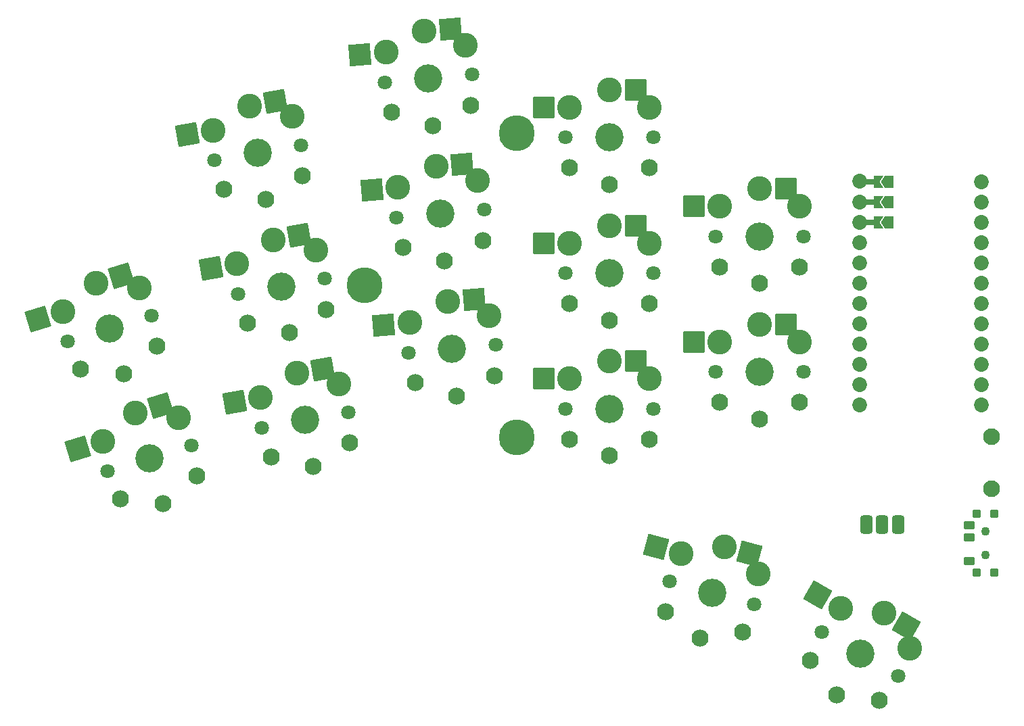
<source format=gts>
%TF.GenerationSoftware,KiCad,Pcbnew,(6.0.4-0)*%
%TF.CreationDate,2022-05-16T08:39:31+02:00*%
%TF.ProjectId,battoota,62617474-6f6f-4746-912e-6b696361645f,v1.0.0*%
%TF.SameCoordinates,Original*%
%TF.FileFunction,Soldermask,Top*%
%TF.FilePolarity,Negative*%
%FSLAX46Y46*%
G04 Gerber Fmt 4.6, Leading zero omitted, Abs format (unit mm)*
G04 Created by KiCad (PCBNEW (6.0.4-0)) date 2022-05-16 08:39:31*
%MOMM*%
%LPD*%
G01*
G04 APERTURE LIST*
G04 Aperture macros list*
%AMRoundRect*
0 Rectangle with rounded corners*
0 $1 Rounding radius*
0 $2 $3 $4 $5 $6 $7 $8 $9 X,Y pos of 4 corners*
0 Add a 4 corners polygon primitive as box body*
4,1,4,$2,$3,$4,$5,$6,$7,$8,$9,$2,$3,0*
0 Add four circle primitives for the rounded corners*
1,1,$1+$1,$2,$3*
1,1,$1+$1,$4,$5*
1,1,$1+$1,$6,$7*
1,1,$1+$1,$8,$9*
0 Add four rect primitives between the rounded corners*
20,1,$1+$1,$2,$3,$4,$5,0*
20,1,$1+$1,$4,$5,$6,$7,0*
20,1,$1+$1,$6,$7,$8,$9,0*
20,1,$1+$1,$8,$9,$2,$3,0*%
%AMFreePoly0*
4,1,16,0.535355,0.785355,0.550000,0.750000,0.550000,-0.750000,0.535355,-0.785355,0.500000,-0.800000,-0.650000,-0.800000,-0.685355,-0.785355,-0.700000,-0.750000,-0.691603,-0.722265,-0.210093,0.000000,-0.691603,0.722265,-0.699029,0.759806,-0.677735,0.791603,-0.650000,0.800000,0.500000,0.800000,0.535355,0.785355,0.535355,0.785355,$1*%
%AMFreePoly1*
4,1,16,0.535355,0.785355,0.541603,0.777735,1.041603,0.027735,1.049029,-0.009806,1.041603,-0.027735,0.541603,-0.777735,0.509806,-0.799029,0.500000,-0.800000,-0.500000,-0.800000,-0.535355,-0.785355,-0.550000,-0.750000,-0.550000,0.750000,-0.535355,0.785355,-0.500000,0.800000,0.500000,0.800000,0.535355,0.785355,0.535355,0.785355,$1*%
G04 Aperture macros list end*
%ADD10RoundRect,0.050000X-0.450000X0.450000X-0.450000X-0.450000X0.450000X-0.450000X0.450000X0.450000X0*%
%ADD11RoundRect,0.050000X-0.625000X0.450000X-0.625000X-0.450000X0.625000X-0.450000X0.625000X0.450000X0*%
%ADD12RoundRect,0.425000X-0.375000X-0.750000X0.375000X-0.750000X0.375000X0.750000X-0.375000X0.750000X0*%
%ADD13C,2.100000*%
%ADD14C,3.100000*%
%ADD15C,1.801800*%
%ADD16C,3.529000*%
%ADD17RoundRect,0.050000X-1.054507X-1.505993X1.505993X-1.054507X1.054507X1.505993X-1.505993X1.054507X0*%
%ADD18C,2.132000*%
%ADD19RoundRect,0.050000X-1.181751X-1.408356X1.408356X-1.181751X1.181751X1.408356X-1.408356X1.181751X0*%
%ADD20RoundRect,0.050000X-1.300000X-1.300000X1.300000X-1.300000X1.300000X1.300000X-1.300000X1.300000X0*%
%ADD21RoundRect,0.050000X-1.775833X-0.475833X0.475833X-1.775833X1.775833X0.475833X-0.475833X1.775833X0*%
%ADD22C,1.100000*%
%ADD23RoundRect,0.050000X-0.863113X-1.623279X1.623279X-0.863113X0.863113X1.623279X-1.623279X0.863113X0*%
%ADD24RoundRect,0.050000X-1.592168X-0.919239X0.919239X-1.592168X1.592168X0.919239X-0.919239X1.592168X0*%
%ADD25C,1.852600*%
%ADD26FreePoly0,180.000000*%
%ADD27RoundRect,0.050000X-0.762000X0.250000X-0.762000X-0.250000X0.762000X-0.250000X0.762000X0.250000X0*%
%ADD28FreePoly1,180.000000*%
%ADD29C,4.500000*%
G04 APERTURE END LIST*
D10*
%TO.C,T1*%
X161400140Y52144619D03*
X163600140Y59544619D03*
X163600140Y52144619D03*
X161400140Y59544619D03*
D11*
X160425140Y53594619D03*
X160425140Y56594619D03*
X160425140Y58094619D03*
%TD*%
D12*
%TO.C,PAD1*%
X151545396Y58163682D03*
X149545396Y58163682D03*
X147545396Y58163682D03*
%TD*%
D13*
%TO.C,B1*%
X163203191Y69152519D03*
X163203191Y62652519D03*
%TD*%
D14*
%TO.C,S11*%
X75659968Y109306337D03*
X70353903Y110604673D03*
X70353903Y110604673D03*
D15*
X65970667Y103790002D03*
D14*
X65811891Y107569855D03*
D16*
X71387110Y104745067D03*
D15*
X76803553Y105700132D03*
D17*
X73579149Y111173371D03*
X62586645Y107001157D03*
%TD*%
D15*
%TO.C,S34*%
X151539804Y39220580D03*
D16*
X146776664Y41970580D03*
D15*
X142013524Y44720580D03*
D18*
X140546537Y41179683D03*
X149206791Y36179683D03*
X143826664Y36861030D03*
X143826664Y36861030D03*
%TD*%
D16*
%TO.C,S15*%
X94221643Y97114167D03*
D15*
X99700714Y97593524D03*
D14*
X98875782Y101285676D03*
X93703066Y103041525D03*
X93703066Y103041525D03*
X88913835Y100414118D03*
D15*
X88742572Y96634810D03*
D19*
X96965604Y103326961D03*
X85651298Y100128683D03*
%TD*%
D14*
%TO.C,S21*%
X115411087Y95636017D03*
D15*
X109911087Y89686017D03*
D14*
X115411087Y95636017D03*
X120411087Y93436017D03*
D15*
X120911087Y89686017D03*
D14*
X110411087Y93436017D03*
D16*
X115411087Y89686017D03*
D20*
X118686087Y95636017D03*
X107136087Y93436017D03*
%TD*%
D15*
%TO.C,S8*%
X71874705Y70306538D03*
X82707591Y72216668D03*
D16*
X77291148Y71261603D03*
D18*
X73026972Y66651093D03*
X82875050Y68387574D03*
X78315672Y65451237D03*
X78315672Y65451237D03*
%TD*%
D16*
%TO.C,S14*%
X95703291Y80178857D03*
D15*
X101182362Y80658214D03*
X90224220Y79699500D03*
D18*
X91053509Y75957538D03*
X101015456Y76829096D03*
X96217510Y74301308D03*
X96217510Y74301308D03*
%TD*%
D16*
%TO.C,S20*%
X115411087Y72686017D03*
D15*
X109911087Y72686017D03*
X120911087Y72686017D03*
D18*
X120411087Y68886017D03*
X110411087Y68886017D03*
X115411087Y66786017D03*
X115411087Y66786017D03*
%TD*%
D15*
%TO.C,S28*%
X128718280Y77278852D03*
X139718280Y77278852D03*
D16*
X134218280Y77278852D03*
D18*
X129218280Y73478852D03*
X139218280Y73478852D03*
X134218280Y71378852D03*
X134218280Y71378852D03*
%TD*%
D14*
%TO.C,S29*%
X134218280Y100228852D03*
X134218280Y100228852D03*
D15*
X139718280Y94278852D03*
D16*
X134218280Y94278852D03*
D14*
X139218280Y98028852D03*
X129218280Y98028852D03*
D15*
X128718280Y94278852D03*
D20*
X137493280Y100228852D03*
X125943280Y98028852D03*
%TD*%
D16*
%TO.C,S33*%
X146776664Y41970580D03*
D14*
X149751664Y47123431D03*
X144321537Y47718175D03*
D15*
X142013524Y44720580D03*
D14*
X149751664Y47123431D03*
X152981791Y42718175D03*
D15*
X151539804Y39220580D03*
D21*
X152587897Y45485931D03*
X141485304Y49355675D03*
%TD*%
D14*
%TO.C,S7*%
X71715929Y74086391D03*
X81564006Y75822873D03*
X76257941Y77121209D03*
D15*
X71874705Y70306538D03*
D14*
X76257941Y77121209D03*
D15*
X82707591Y72216668D03*
D16*
X77291148Y71261603D03*
D17*
X79483187Y77689907D03*
X68490683Y73517693D03*
%TD*%
D22*
%TO.C,T2*%
X162500140Y57344619D03*
X162500140Y54344619D03*
%TD*%
D16*
%TO.C,S5*%
X52842259Y82729963D03*
D15*
X58101935Y84338007D03*
D14*
X51102647Y88419976D03*
X51102647Y88419976D03*
D15*
X47582583Y81121919D03*
D14*
X46964341Y84854247D03*
X56527389Y87777964D03*
D23*
X54234545Y89377494D03*
X43832443Y83896730D03*
%TD*%
D14*
%TO.C,S27*%
X129218280Y81028852D03*
D15*
X139718280Y77278852D03*
D16*
X134218280Y77278852D03*
D14*
X139218280Y81028852D03*
X134218280Y83228852D03*
X134218280Y83228852D03*
D15*
X128718280Y77278852D03*
D20*
X137493280Y83228852D03*
X125943280Y81028852D03*
%TD*%
D14*
%TO.C,S9*%
X68763910Y90828123D03*
D16*
X74339129Y88003335D03*
D14*
X73305922Y93862941D03*
X78611987Y92564605D03*
D15*
X68922686Y87048270D03*
D14*
X73305922Y93862941D03*
D15*
X79755572Y88958400D03*
D17*
X76531168Y94431639D03*
X65538664Y90259425D03*
%TD*%
D15*
%TO.C,S16*%
X99700714Y97593524D03*
D16*
X94221643Y97114167D03*
D15*
X88742572Y96634810D03*
D18*
X99533808Y93764406D03*
X89571861Y92892848D03*
X94735862Y91236618D03*
X94735862Y91236618D03*
%TD*%
D15*
%TO.C,S30*%
X139718280Y94278852D03*
X128718280Y94278852D03*
D16*
X134218280Y94278852D03*
D18*
X139218280Y90478852D03*
X129218280Y90478852D03*
X134218280Y88378852D03*
X134218280Y88378852D03*
%TD*%
D15*
%TO.C,S13*%
X90224220Y79699500D03*
X101182362Y80658214D03*
D16*
X95703291Y80178857D03*
D14*
X95184714Y86106215D03*
X100357430Y84350366D03*
X95184714Y86106215D03*
X90395483Y83478808D03*
D19*
X98447252Y86391651D03*
X87132946Y83193373D03*
%TD*%
D15*
%TO.C,S24*%
X109911087Y106686017D03*
X120911087Y106686017D03*
D16*
X115411087Y106686017D03*
D18*
X110411087Y102886017D03*
X120411087Y102886017D03*
X115411087Y100786017D03*
X115411087Y100786017D03*
%TD*%
D15*
%TO.C,S17*%
X87260925Y113570120D03*
D16*
X92739996Y114049477D03*
D15*
X98219067Y114528834D03*
D14*
X87432188Y117349428D03*
X97394135Y118220986D03*
X92221419Y119976835D03*
X92221419Y119976835D03*
D19*
X95483957Y120262271D03*
X84169651Y117063993D03*
%TD*%
D15*
%TO.C,S4*%
X52552902Y64864738D03*
X63072254Y68080826D03*
D16*
X57812578Y66472782D03*
D18*
X54142067Y61376965D03*
X63705114Y64300682D03*
X59537571Y60830584D03*
X59537571Y60830584D03*
%TD*%
D15*
%TO.C,S10*%
X79755572Y88958400D03*
X68922686Y87048270D03*
D16*
X74339129Y88003335D03*
D18*
X70074953Y83392825D03*
X79923031Y85129306D03*
X75363653Y82192969D03*
X75363653Y82192969D03*
%TD*%
D15*
%TO.C,S22*%
X109911087Y89686017D03*
X120911087Y89686017D03*
D16*
X115411087Y89686017D03*
D18*
X110411087Y85886017D03*
X120411087Y85886017D03*
X115411087Y83786017D03*
X115411087Y83786017D03*
%TD*%
D16*
%TO.C,S31*%
X128239065Y49649105D03*
D15*
X122926473Y51072610D03*
D14*
X129779038Y55396364D03*
X134039266Y51977232D03*
X129779038Y55396364D03*
X124380007Y54565422D03*
D15*
X133551657Y48225600D03*
D24*
X132942445Y54548731D03*
X121216600Y55413054D03*
%TD*%
D25*
%TO.C,MCU1*%
X161977213Y98602542D03*
D26*
X148993690Y98602542D03*
X148993690Y101142542D03*
D27*
X148068690Y96062542D03*
D25*
X161977213Y96062542D03*
X146737213Y96062542D03*
D27*
X148068690Y101142542D03*
D26*
X148993690Y96062542D03*
D27*
X148068690Y98602542D03*
D25*
X146737213Y101226288D03*
X161977213Y101142542D03*
X146737213Y98602542D03*
D28*
X150443690Y101142542D03*
X150443690Y98602542D03*
X150443690Y96062542D03*
D25*
X146737213Y93522542D03*
X146737213Y90982542D03*
X146737213Y88442542D03*
X146737213Y85902542D03*
X146737213Y83362542D03*
X146737213Y80822542D03*
X146737213Y78282542D03*
X146737213Y75742542D03*
X146737213Y73202542D03*
X161977213Y93522542D03*
X161977213Y90982542D03*
X161977213Y88442542D03*
X161977213Y85902542D03*
X161977213Y83362542D03*
X161977213Y80822542D03*
X161977213Y78282542D03*
X161977213Y75742542D03*
X161977213Y73202542D03*
%TD*%
D15*
%TO.C,S3*%
X52552902Y64864738D03*
D14*
X51934660Y68597066D03*
D16*
X57812578Y66472782D03*
D14*
X61497708Y71520783D03*
X56072966Y72162795D03*
X56072966Y72162795D03*
D15*
X63072254Y68080826D03*
D23*
X59204864Y73120313D03*
X48802762Y67639549D03*
%TD*%
D15*
%TO.C,S32*%
X133551657Y48225600D03*
D16*
X128239065Y49649105D03*
D15*
X122926473Y51072610D03*
D18*
X132085182Y44684492D03*
X122425923Y47272682D03*
X126712033Y43950143D03*
X126712033Y43950143D03*
%TD*%
D29*
%TO.C,REF\u002A\u002A*%
X84747220Y88141427D03*
X103797220Y69091427D03*
X103797220Y107191427D03*
%TD*%
D16*
%TO.C,S12*%
X71387110Y104745067D03*
D15*
X65970667Y103790002D03*
X76803553Y105700132D03*
D18*
X76971012Y101871038D03*
X67122934Y100134557D03*
X72411634Y98934701D03*
X72411634Y98934701D03*
%TD*%
D16*
%TO.C,S23*%
X115411087Y106686017D03*
D15*
X120911087Y106686017D03*
D14*
X115411087Y112636017D03*
X115411087Y112636017D03*
X110411087Y110436017D03*
X120411087Y110436017D03*
D15*
X109911087Y106686017D03*
D20*
X118686087Y112636017D03*
X107136087Y110436017D03*
%TD*%
D15*
%TO.C,S6*%
X47582583Y81121919D03*
X58101935Y84338007D03*
D16*
X52842259Y82729963D03*
D18*
X49171748Y77634146D03*
X58734795Y80557863D03*
X54567252Y77087765D03*
X54567252Y77087765D03*
%TD*%
D16*
%TO.C,S19*%
X115411087Y72686017D03*
D14*
X115411087Y78636017D03*
X110411087Y76436017D03*
D15*
X120911087Y72686017D03*
X109911087Y72686017D03*
D14*
X120411087Y76436017D03*
X115411087Y78636017D03*
D20*
X118686087Y78636017D03*
X107136087Y76436017D03*
%TD*%
D15*
%TO.C,S18*%
X98219067Y114528834D03*
D16*
X92739996Y114049477D03*
D15*
X87260925Y113570120D03*
D18*
X88090214Y109828158D03*
X98052161Y110699716D03*
X93254215Y108171928D03*
X93254215Y108171928D03*
%TD*%
M02*

</source>
